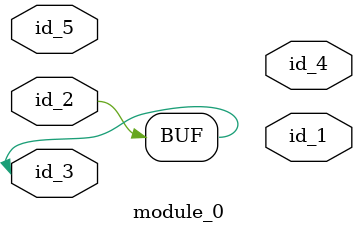
<source format=v>
module module_0 (
    id_1,
    id_2,
    id_3,
    id_4,
    id_5
);
  input id_5;
  output id_4;
  inout id_3;
  input id_2;
  output id_1;
  assign id_3 = id_3;
  assign id_3 = id_2;
endmodule

</source>
